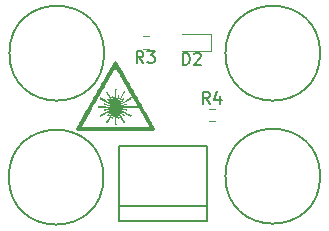
<source format=gbr>
%TF.GenerationSoftware,KiCad,Pcbnew,7.0.7*%
%TF.CreationDate,2023-11-07T19:30:11-06:00*%
%TF.ProjectId,LD_Breakout,4c445f42-7265-4616-9b6f-75742e6b6963,rev?*%
%TF.SameCoordinates,Original*%
%TF.FileFunction,Legend,Top*%
%TF.FilePolarity,Positive*%
%FSLAX46Y46*%
G04 Gerber Fmt 4.6, Leading zero omitted, Abs format (unit mm)*
G04 Created by KiCad (PCBNEW 7.0.7) date 2023-11-07 19:30:11*
%MOMM*%
%LPD*%
G01*
G04 APERTURE LIST*
%ADD10C,0.150000*%
%ADD11C,0.120000*%
G04 APERTURE END LIST*
D10*
X130619833Y-74216419D02*
X130286500Y-73740228D01*
X130048405Y-74216419D02*
X130048405Y-73216419D01*
X130048405Y-73216419D02*
X130429357Y-73216419D01*
X130429357Y-73216419D02*
X130524595Y-73264038D01*
X130524595Y-73264038D02*
X130572214Y-73311657D01*
X130572214Y-73311657D02*
X130619833Y-73406895D01*
X130619833Y-73406895D02*
X130619833Y-73549752D01*
X130619833Y-73549752D02*
X130572214Y-73644990D01*
X130572214Y-73644990D02*
X130524595Y-73692609D01*
X130524595Y-73692609D02*
X130429357Y-73740228D01*
X130429357Y-73740228D02*
X130048405Y-73740228D01*
X130953167Y-73216419D02*
X131572214Y-73216419D01*
X131572214Y-73216419D02*
X131238881Y-73597371D01*
X131238881Y-73597371D02*
X131381738Y-73597371D01*
X131381738Y-73597371D02*
X131476976Y-73644990D01*
X131476976Y-73644990D02*
X131524595Y-73692609D01*
X131524595Y-73692609D02*
X131572214Y-73787847D01*
X131572214Y-73787847D02*
X131572214Y-74025942D01*
X131572214Y-74025942D02*
X131524595Y-74121180D01*
X131524595Y-74121180D02*
X131476976Y-74168800D01*
X131476976Y-74168800D02*
X131381738Y-74216419D01*
X131381738Y-74216419D02*
X131096024Y-74216419D01*
X131096024Y-74216419D02*
X131000786Y-74168800D01*
X131000786Y-74168800D02*
X130953167Y-74121180D01*
X136245333Y-77670819D02*
X135912000Y-77194628D01*
X135673905Y-77670819D02*
X135673905Y-76670819D01*
X135673905Y-76670819D02*
X136054857Y-76670819D01*
X136054857Y-76670819D02*
X136150095Y-76718438D01*
X136150095Y-76718438D02*
X136197714Y-76766057D01*
X136197714Y-76766057D02*
X136245333Y-76861295D01*
X136245333Y-76861295D02*
X136245333Y-77004152D01*
X136245333Y-77004152D02*
X136197714Y-77099390D01*
X136197714Y-77099390D02*
X136150095Y-77147009D01*
X136150095Y-77147009D02*
X136054857Y-77194628D01*
X136054857Y-77194628D02*
X135673905Y-77194628D01*
X137102476Y-77004152D02*
X137102476Y-77670819D01*
X136864381Y-76623200D02*
X136626286Y-77337485D01*
X136626286Y-77337485D02*
X137245333Y-77337485D01*
X133971405Y-74376419D02*
X133971405Y-73376419D01*
X133971405Y-73376419D02*
X134209500Y-73376419D01*
X134209500Y-73376419D02*
X134352357Y-73424038D01*
X134352357Y-73424038D02*
X134447595Y-73519276D01*
X134447595Y-73519276D02*
X134495214Y-73614514D01*
X134495214Y-73614514D02*
X134542833Y-73804990D01*
X134542833Y-73804990D02*
X134542833Y-73947847D01*
X134542833Y-73947847D02*
X134495214Y-74138323D01*
X134495214Y-74138323D02*
X134447595Y-74233561D01*
X134447595Y-74233561D02*
X134352357Y-74328800D01*
X134352357Y-74328800D02*
X134209500Y-74376419D01*
X134209500Y-74376419D02*
X133971405Y-74376419D01*
X134923786Y-73471657D02*
X134971405Y-73424038D01*
X134971405Y-73424038D02*
X135066643Y-73376419D01*
X135066643Y-73376419D02*
X135304738Y-73376419D01*
X135304738Y-73376419D02*
X135399976Y-73424038D01*
X135399976Y-73424038D02*
X135447595Y-73471657D01*
X135447595Y-73471657D02*
X135495214Y-73566895D01*
X135495214Y-73566895D02*
X135495214Y-73662133D01*
X135495214Y-73662133D02*
X135447595Y-73804990D01*
X135447595Y-73804990D02*
X134876167Y-74376419D01*
X134876167Y-74376419D02*
X135495214Y-74376419D01*
%TO.C,Conn2*%
X136017000Y-87644000D02*
X128524000Y-87644000D01*
X136017000Y-86374000D02*
X136017000Y-87644000D01*
X136017000Y-86374000D02*
X136017000Y-81294000D01*
X136017000Y-86374000D02*
X128524000Y-86374000D01*
X128524000Y-87644000D02*
X128524000Y-86374000D01*
X128524000Y-86374000D02*
X128524000Y-81294000D01*
X128524000Y-81294000D02*
X136017000Y-81294000D01*
%TO.C,H4*%
X127247780Y-83902420D02*
G75*
G03*
X127247780Y-83902420I-4013200J0D01*
G01*
%TO.C,G\u002A\u002A\u002A*%
G36*
X128316477Y-74096244D02*
G01*
X128360197Y-74118501D01*
X128396213Y-74149340D01*
X128399097Y-74152802D01*
X128407201Y-74165671D01*
X128425735Y-74196890D01*
X128454165Y-74245523D01*
X128491957Y-74310633D01*
X128538576Y-74391284D01*
X128593489Y-74486540D01*
X128656162Y-74595465D01*
X128726061Y-74717122D01*
X128802651Y-74850576D01*
X128885398Y-74994890D01*
X128973769Y-75149129D01*
X129067229Y-75312355D01*
X129165245Y-75483634D01*
X129267282Y-75662027D01*
X129372807Y-75846601D01*
X129481284Y-76036418D01*
X129592181Y-76230542D01*
X129704963Y-76428037D01*
X129819095Y-76627967D01*
X129934045Y-76829395D01*
X130049278Y-77031386D01*
X130164260Y-77233003D01*
X130278457Y-77433311D01*
X130391334Y-77631373D01*
X130502358Y-77826252D01*
X130610995Y-78017013D01*
X130716711Y-78202720D01*
X130818971Y-78382436D01*
X130917242Y-78555225D01*
X131010989Y-78720151D01*
X131099679Y-78876278D01*
X131182777Y-79022670D01*
X131259749Y-79158390D01*
X131330062Y-79282503D01*
X131393181Y-79394072D01*
X131448573Y-79492161D01*
X131495702Y-79575834D01*
X131534036Y-79644154D01*
X131563039Y-79696186D01*
X131582179Y-79730994D01*
X131590921Y-79747641D01*
X131591384Y-79748737D01*
X131598584Y-79802911D01*
X131587248Y-79856414D01*
X131560160Y-79903909D01*
X131520104Y-79940061D01*
X131482974Y-79956590D01*
X131468334Y-79957597D01*
X131432563Y-79958554D01*
X131376741Y-79959460D01*
X131301946Y-79960316D01*
X131209257Y-79961121D01*
X131099752Y-79961876D01*
X130974511Y-79962581D01*
X130834612Y-79963235D01*
X130681134Y-79963839D01*
X130515155Y-79964393D01*
X130337756Y-79964897D01*
X130150013Y-79965350D01*
X129953007Y-79965753D01*
X129747816Y-79966105D01*
X129535518Y-79966407D01*
X129317193Y-79966660D01*
X129093918Y-79966861D01*
X128866774Y-79967013D01*
X128636839Y-79967115D01*
X128405191Y-79967166D01*
X128172910Y-79967167D01*
X127941073Y-79967119D01*
X127710761Y-79967020D01*
X127483051Y-79966870D01*
X127259022Y-79966671D01*
X127039754Y-79966422D01*
X126826325Y-79966123D01*
X126619813Y-79965773D01*
X126421298Y-79965374D01*
X126231859Y-79964925D01*
X126052573Y-79964425D01*
X125884520Y-79963876D01*
X125728779Y-79963277D01*
X125586429Y-79962628D01*
X125458547Y-79961929D01*
X125346214Y-79961180D01*
X125250507Y-79960381D01*
X125172506Y-79959532D01*
X125113289Y-79958633D01*
X125073935Y-79957685D01*
X125055523Y-79956686D01*
X125054492Y-79956494D01*
X125006652Y-79931378D01*
X124969945Y-79891054D01*
X124947255Y-79840958D01*
X124941464Y-79786526D01*
X124947237Y-79754254D01*
X124953870Y-79740787D01*
X124971028Y-79708974D01*
X124998175Y-79659753D01*
X125018406Y-79623442D01*
X125402623Y-79623442D01*
X128269930Y-79623442D01*
X131137237Y-79623442D01*
X131120865Y-79592873D01*
X131112852Y-79578557D01*
X131094675Y-79546486D01*
X131067213Y-79498199D01*
X131031343Y-79435234D01*
X130987943Y-79359131D01*
X130937891Y-79271428D01*
X130882064Y-79173664D01*
X130821342Y-79067378D01*
X130756601Y-78954108D01*
X130688720Y-78835393D01*
X130672149Y-78806418D01*
X130239804Y-78050532D01*
X129502599Y-78047673D01*
X129368517Y-78047296D01*
X129244245Y-78047228D01*
X129131296Y-78047456D01*
X129031183Y-78047965D01*
X128945418Y-78048741D01*
X128875514Y-78049769D01*
X128822983Y-78051035D01*
X128789337Y-78052524D01*
X128776088Y-78054222D01*
X128776031Y-78054597D01*
X128789631Y-78059900D01*
X128821559Y-78069131D01*
X128868445Y-78081416D01*
X128926917Y-78095880D01*
X128993607Y-78111649D01*
X129014444Y-78116442D01*
X129083058Y-78132183D01*
X129144632Y-78146417D01*
X129195761Y-78158350D01*
X129233035Y-78167184D01*
X129253047Y-78172123D01*
X129255150Y-78172718D01*
X129260008Y-78184491D01*
X129257936Y-78208615D01*
X129250935Y-78237080D01*
X129241004Y-78261878D01*
X129230140Y-78274999D01*
X129229564Y-78275220D01*
X129216283Y-78273125D01*
X129185007Y-78265295D01*
X129138952Y-78252625D01*
X129081333Y-78236011D01*
X129015367Y-78216348D01*
X128986177Y-78207466D01*
X128910050Y-78184267D01*
X128852412Y-78167117D01*
X128810536Y-78155457D01*
X128781693Y-78148728D01*
X128763156Y-78146369D01*
X128752195Y-78147823D01*
X128746083Y-78152528D01*
X128743140Y-78157643D01*
X128738885Y-78180138D01*
X128743140Y-78188360D01*
X128754838Y-78195340D01*
X128784154Y-78211540D01*
X128829027Y-78235856D01*
X128887393Y-78267184D01*
X128957193Y-78304419D01*
X129036362Y-78346456D01*
X129122839Y-78392193D01*
X129181111Y-78422917D01*
X129271159Y-78470422D01*
X129355200Y-78514915D01*
X129431175Y-78555295D01*
X129497026Y-78590460D01*
X129550695Y-78619309D01*
X129590122Y-78640740D01*
X129613249Y-78653653D01*
X129618549Y-78656942D01*
X129618168Y-78669873D01*
X129608708Y-78694896D01*
X129593561Y-78725700D01*
X129576114Y-78755973D01*
X129559759Y-78779403D01*
X129547885Y-78789680D01*
X129547222Y-78789744D01*
X129536025Y-78784005D01*
X129507970Y-78767577D01*
X129464988Y-78741647D01*
X129409008Y-78707398D01*
X129341959Y-78666017D01*
X129265773Y-78618688D01*
X129182378Y-78566598D01*
X129112520Y-78522765D01*
X129011466Y-78459325D01*
X128927508Y-78406885D01*
X128858992Y-78364511D01*
X128804265Y-78331267D01*
X128761674Y-78306222D01*
X128729565Y-78288439D01*
X128706284Y-78276986D01*
X128690178Y-78270928D01*
X128679594Y-78269331D01*
X128672878Y-78271261D01*
X128670592Y-78273116D01*
X128666064Y-78279447D01*
X128665525Y-78287408D01*
X128670460Y-78298608D01*
X128682352Y-78314655D01*
X128702686Y-78337159D01*
X128732946Y-78367729D01*
X128774616Y-78407975D01*
X128829179Y-78459505D01*
X128898120Y-78523930D01*
X128924810Y-78548787D01*
X129029620Y-78646358D01*
X128989600Y-78686395D01*
X128949581Y-78726432D01*
X128857212Y-78627475D01*
X128787083Y-78552503D01*
X128730417Y-78492429D01*
X128685631Y-78445788D01*
X128651142Y-78411118D01*
X128625368Y-78386956D01*
X128606724Y-78371839D01*
X128593628Y-78364304D01*
X128584497Y-78362887D01*
X128577747Y-78366126D01*
X128576077Y-78367659D01*
X128572942Y-78373177D01*
X128573009Y-78382000D01*
X128577209Y-78395777D01*
X128586474Y-78416157D01*
X128601733Y-78444786D01*
X128623920Y-78483314D01*
X128653965Y-78533389D01*
X128692799Y-78596658D01*
X128741353Y-78674770D01*
X128800560Y-78769374D01*
X128825630Y-78809330D01*
X128880591Y-78897106D01*
X128931729Y-78979215D01*
X128977862Y-79053723D01*
X129017803Y-79118694D01*
X129050367Y-79172196D01*
X129074371Y-79212294D01*
X129088628Y-79237053D01*
X129092222Y-79244494D01*
X129083502Y-79253970D01*
X129061508Y-79270136D01*
X129032490Y-79289063D01*
X129002697Y-79306823D01*
X128978379Y-79319486D01*
X128966854Y-79323311D01*
X128960608Y-79313792D01*
X128945098Y-79286539D01*
X128921382Y-79243507D01*
X128890516Y-79186651D01*
X128853557Y-79117926D01*
X128811563Y-79039286D01*
X128765589Y-78952688D01*
X128725020Y-78875893D01*
X128676644Y-78784129D01*
X128631554Y-78698620D01*
X128590784Y-78621328D01*
X128555372Y-78554215D01*
X128526352Y-78499245D01*
X128504761Y-78458380D01*
X128491634Y-78433582D01*
X128487907Y-78426606D01*
X128478612Y-78429813D01*
X128463324Y-78437722D01*
X128455934Y-78442465D01*
X128451240Y-78448990D01*
X128449781Y-78460042D01*
X128452095Y-78478364D01*
X128458723Y-78506702D01*
X128470202Y-78547801D01*
X128487071Y-78604405D01*
X128509871Y-78679259D01*
X128512347Y-78687360D01*
X128538160Y-78773900D01*
X128557349Y-78842828D01*
X128569697Y-78893273D01*
X128574986Y-78924360D01*
X128573921Y-78934775D01*
X128556543Y-78942414D01*
X128527224Y-78947650D01*
X128520067Y-78948232D01*
X128476970Y-78950926D01*
X128420571Y-78711933D01*
X128401957Y-78633715D01*
X128387344Y-78574509D01*
X128375835Y-78531643D01*
X128366535Y-78502444D01*
X128358549Y-78484237D01*
X128350980Y-78474351D01*
X128342933Y-78470111D01*
X128339308Y-78469387D01*
X128325804Y-78468976D01*
X128318369Y-78475837D01*
X128315226Y-78494766D01*
X128314599Y-78530562D01*
X128314608Y-78536083D01*
X128315100Y-78563627D01*
X128316422Y-78610292D01*
X128318468Y-78672987D01*
X128321128Y-78748621D01*
X128324295Y-78834104D01*
X128327860Y-78926344D01*
X128331072Y-79006506D01*
X128334859Y-79100480D01*
X128338346Y-79188937D01*
X128341426Y-79269043D01*
X128343995Y-79337966D01*
X128345947Y-79392872D01*
X128347175Y-79430930D01*
X128347574Y-79448366D01*
X128347777Y-79490051D01*
X128270000Y-79490051D01*
X128192222Y-79490051D01*
X128192428Y-79442808D01*
X128192934Y-79420700D01*
X128194279Y-79379316D01*
X128196351Y-79321590D01*
X128199040Y-79250458D01*
X128202236Y-79168855D01*
X128205829Y-79079716D01*
X128208849Y-79006506D01*
X128212707Y-78911924D01*
X128216251Y-78821185D01*
X128219368Y-78737496D01*
X128221944Y-78664066D01*
X128223865Y-78604101D01*
X128225018Y-78560809D01*
X128225309Y-78541641D01*
X128224973Y-78501702D01*
X128222595Y-78479347D01*
X128216609Y-78469931D01*
X128205449Y-78468811D01*
X128200941Y-78469387D01*
X128192503Y-78472156D01*
X128184861Y-78479608D01*
X128177121Y-78494411D01*
X128168392Y-78519235D01*
X128157783Y-78556750D01*
X128144402Y-78609624D01*
X128127358Y-78680528D01*
X128119929Y-78711933D01*
X128063531Y-78950926D01*
X128020183Y-78948232D01*
X127989635Y-78943998D01*
X127968809Y-78936926D01*
X127966437Y-78935134D01*
X127966069Y-78921001D01*
X127972461Y-78887461D01*
X127985207Y-78836152D01*
X128003898Y-78768713D01*
X128027845Y-78687719D01*
X128051053Y-78610907D01*
X128068323Y-78552617D01*
X128080191Y-78510104D01*
X128087189Y-78480623D01*
X128089854Y-78461428D01*
X128088718Y-78449773D01*
X128084318Y-78442913D01*
X128077186Y-78438103D01*
X128076509Y-78437722D01*
X128058328Y-78428448D01*
X128052092Y-78426606D01*
X128046814Y-78436506D01*
X128032209Y-78464109D01*
X128009312Y-78507454D01*
X127979158Y-78564578D01*
X127942784Y-78633517D01*
X127901225Y-78712311D01*
X127855517Y-78798995D01*
X127814979Y-78875893D01*
X127766497Y-78967628D01*
X127721114Y-79053032D01*
X127679887Y-79130151D01*
X127643873Y-79197029D01*
X127614129Y-79251712D01*
X127591710Y-79292244D01*
X127577674Y-79316670D01*
X127573145Y-79323311D01*
X127558072Y-79317829D01*
X127532359Y-79304002D01*
X127502253Y-79285758D01*
X127474004Y-79267028D01*
X127453862Y-79251740D01*
X127447777Y-79244494D01*
X127453512Y-79233196D01*
X127469928Y-79205034D01*
X127495840Y-79161942D01*
X127530062Y-79105855D01*
X127571410Y-79038708D01*
X127618699Y-78962433D01*
X127670744Y-78878965D01*
X127714369Y-78809330D01*
X127777798Y-78708135D01*
X127830228Y-78624048D01*
X127872588Y-78555420D01*
X127905811Y-78500603D01*
X127930828Y-78457949D01*
X127948570Y-78425811D01*
X127959967Y-78402538D01*
X127965952Y-78386485D01*
X127967456Y-78376002D01*
X127965410Y-78369440D01*
X127963922Y-78367659D01*
X127958475Y-78363124D01*
X127952137Y-78361551D01*
X127943300Y-78364423D01*
X127930355Y-78373221D01*
X127911695Y-78389426D01*
X127885711Y-78414520D01*
X127850796Y-78449985D01*
X127805341Y-78497301D01*
X127747739Y-78557952D01*
X127682464Y-78626979D01*
X127589427Y-78725440D01*
X127549903Y-78685899D01*
X127510379Y-78646358D01*
X127615189Y-78548787D01*
X127689302Y-78479663D01*
X127748537Y-78423974D01*
X127794380Y-78380111D01*
X127828313Y-78346464D01*
X127851821Y-78321426D01*
X127866388Y-78303386D01*
X127873499Y-78290735D01*
X127874636Y-78281864D01*
X127871284Y-78275164D01*
X127869407Y-78273116D01*
X127863935Y-78269854D01*
X127855370Y-78269681D01*
X127842058Y-78273531D01*
X127822348Y-78282338D01*
X127794583Y-78297037D01*
X127757112Y-78318561D01*
X127708281Y-78347845D01*
X127646437Y-78385822D01*
X127569925Y-78433426D01*
X127477092Y-78491592D01*
X127427479Y-78522765D01*
X127339747Y-78577785D01*
X127257694Y-78628981D01*
X127183253Y-78675169D01*
X127118351Y-78715161D01*
X127064920Y-78747775D01*
X127024888Y-78771823D01*
X127000187Y-78786122D01*
X126992777Y-78789744D01*
X126981420Y-78780812D01*
X126965306Y-78758220D01*
X126947823Y-78728278D01*
X126932361Y-78697294D01*
X126922309Y-78671578D01*
X126921057Y-78657439D01*
X126921450Y-78656987D01*
X126933031Y-78650127D01*
X126962229Y-78634035D01*
X127006988Y-78609814D01*
X127065248Y-78578563D01*
X127134952Y-78541386D01*
X127214043Y-78499384D01*
X127300461Y-78453657D01*
X127358888Y-78422829D01*
X127448954Y-78375274D01*
X127533034Y-78330718D01*
X127609067Y-78290265D01*
X127674990Y-78255020D01*
X127728743Y-78226085D01*
X127768265Y-78204566D01*
X127791493Y-78191567D01*
X127796859Y-78188227D01*
X127801097Y-78170990D01*
X127796859Y-78158020D01*
X127792475Y-78151456D01*
X127785057Y-78147747D01*
X127771879Y-78147451D01*
X127750218Y-78151124D01*
X127717347Y-78159323D01*
X127670541Y-78172606D01*
X127607075Y-78191530D01*
X127553339Y-78207805D01*
X127484619Y-78228297D01*
X127422767Y-78246027D01*
X127371034Y-78260120D01*
X127332665Y-78269705D01*
X127310910Y-78273909D01*
X127307520Y-78273864D01*
X127299119Y-78261642D01*
X127289879Y-78236379D01*
X127282426Y-78206993D01*
X127279385Y-78182404D01*
X127279541Y-78178799D01*
X127290006Y-78174921D01*
X127319063Y-78166885D01*
X127363636Y-78155469D01*
X127420650Y-78141451D01*
X127487028Y-78125610D01*
X127522232Y-78117374D01*
X127601058Y-78098898D01*
X127660847Y-78084370D01*
X127704254Y-78072914D01*
X127733934Y-78063654D01*
X127752543Y-78055716D01*
X127762736Y-78048223D01*
X127767170Y-78040300D01*
X127767995Y-78036349D01*
X127768501Y-78023657D01*
X127762469Y-78016288D01*
X127745396Y-78012821D01*
X127712777Y-78011837D01*
X127690217Y-78011829D01*
X127659958Y-78012333D01*
X127610690Y-78013672D01*
X127545606Y-78015738D01*
X127467900Y-78018420D01*
X127380766Y-78021609D01*
X127287395Y-78025197D01*
X127208888Y-78028339D01*
X127115545Y-78032115D01*
X127028230Y-78035591D01*
X126949678Y-78038662D01*
X126882624Y-78041224D01*
X126829802Y-78043173D01*
X126793947Y-78044403D01*
X126778333Y-78044810D01*
X126762377Y-78044044D01*
X126753246Y-78038305D01*
X126749036Y-78022752D01*
X126747840Y-77992543D01*
X126747777Y-77967162D01*
X126747777Y-77889351D01*
X126800555Y-77889554D01*
X126823841Y-77890049D01*
X126866400Y-77891368D01*
X126925299Y-77893403D01*
X126997610Y-77896048D01*
X127080401Y-77899195D01*
X127170741Y-77902737D01*
X127253333Y-77906063D01*
X127373847Y-77910984D01*
X127474030Y-77915021D01*
X127555756Y-77918143D01*
X127620899Y-77920320D01*
X127671334Y-77921523D01*
X127708935Y-77921719D01*
X127735577Y-77920880D01*
X127753133Y-77918974D01*
X127763478Y-77915971D01*
X127768487Y-77911841D01*
X127770034Y-77906554D01*
X127769993Y-77900079D01*
X127769951Y-77897688D01*
X127768647Y-77888824D01*
X127762904Y-77881153D01*
X127749923Y-77873705D01*
X127726904Y-77865511D01*
X127691048Y-77855601D01*
X127639553Y-77843007D01*
X127569620Y-77826759D01*
X127556062Y-77823648D01*
X127487768Y-77807914D01*
X127424817Y-77793270D01*
X127371221Y-77780661D01*
X127330995Y-77771031D01*
X127308153Y-77765326D01*
X127307337Y-77765105D01*
X127272452Y-77755591D01*
X127286325Y-77708532D01*
X127297995Y-77679298D01*
X127311012Y-77661192D01*
X127315654Y-77658741D01*
X127330451Y-77661082D01*
X127363118Y-77669171D01*
X127410325Y-77682086D01*
X127468743Y-77698907D01*
X127535044Y-77718711D01*
X127560650Y-77726532D01*
X127636024Y-77749626D01*
X127692925Y-77766710D01*
X127734114Y-77778321D01*
X127762356Y-77784998D01*
X127780412Y-77787277D01*
X127791045Y-77785697D01*
X127797018Y-77780795D01*
X127801000Y-77773315D01*
X127802618Y-77767233D01*
X127800834Y-77760533D01*
X127794019Y-77752243D01*
X127780545Y-77741395D01*
X127758785Y-77727018D01*
X127727109Y-77708140D01*
X127683890Y-77683793D01*
X127627499Y-77653006D01*
X127556309Y-77614807D01*
X127468691Y-77568228D01*
X127363128Y-77512356D01*
X127271304Y-77463658D01*
X127185816Y-77418029D01*
X127108610Y-77376530D01*
X127041636Y-77340222D01*
X126986842Y-77310166D01*
X126946175Y-77287422D01*
X126921586Y-77273052D01*
X126914780Y-77268217D01*
X126920093Y-77255726D01*
X126933662Y-77229785D01*
X126951664Y-77197573D01*
X126988210Y-77133847D01*
X127420772Y-77406022D01*
X127522677Y-77470059D01*
X127607459Y-77523088D01*
X127676749Y-77566029D01*
X127732175Y-77599804D01*
X127775367Y-77625334D01*
X127807954Y-77643541D01*
X127831565Y-77655346D01*
X127847830Y-77661670D01*
X127858378Y-77663435D01*
X127864838Y-77661563D01*
X127867680Y-77658746D01*
X127871136Y-77651877D01*
X127870778Y-77643400D01*
X127865120Y-77631706D01*
X127852679Y-77615185D01*
X127831972Y-77592229D01*
X127801512Y-77561228D01*
X127759818Y-77520574D01*
X127705403Y-77468659D01*
X127636785Y-77403872D01*
X127604844Y-77373821D01*
X127511911Y-77286434D01*
X127551417Y-77246911D01*
X127590923Y-77207388D01*
X127694159Y-77317713D01*
X127761725Y-77389859D01*
X127815799Y-77447305D01*
X127858058Y-77491595D01*
X127890181Y-77524277D01*
X127913844Y-77546896D01*
X127930725Y-77560997D01*
X127942501Y-77568127D01*
X127950851Y-77569830D01*
X127957450Y-77567655D01*
X127962038Y-77564570D01*
X127965966Y-77559992D01*
X127966980Y-77552601D01*
X127964158Y-77540763D01*
X127956581Y-77522842D01*
X127943328Y-77497202D01*
X127923479Y-77462208D01*
X127896115Y-77416225D01*
X127860315Y-77357617D01*
X127815158Y-77284749D01*
X127759724Y-77195986D01*
X127710018Y-77116668D01*
X127438182Y-76683267D01*
X127501313Y-76647288D01*
X127534954Y-76629260D01*
X127561096Y-76617354D01*
X127573520Y-76614188D01*
X127580436Y-76624311D01*
X127596595Y-76652126D01*
X127620911Y-76695644D01*
X127652297Y-76752872D01*
X127689667Y-76821819D01*
X127731933Y-76900494D01*
X127778009Y-76986906D01*
X127814444Y-77055652D01*
X127862738Y-77146622D01*
X127908130Y-77231381D01*
X127949521Y-77307932D01*
X127985813Y-77374275D01*
X128015906Y-77428414D01*
X128038703Y-77468350D01*
X128053104Y-77492086D01*
X128057727Y-77498052D01*
X128076549Y-77496383D01*
X128084543Y-77492741D01*
X128088852Y-77485931D01*
X128089078Y-77471096D01*
X128084651Y-77445667D01*
X128074995Y-77407078D01*
X128059538Y-77352762D01*
X128037706Y-77280150D01*
X128035343Y-77272414D01*
X128010052Y-77189702D01*
X127990706Y-77125744D01*
X127976842Y-77078008D01*
X127967998Y-77043961D01*
X127963711Y-77021068D01*
X127963519Y-77006799D01*
X127966959Y-76998618D01*
X127973569Y-76993993D01*
X127982886Y-76990392D01*
X127983787Y-76990052D01*
X128015832Y-76980317D01*
X128036196Y-76976101D01*
X128044694Y-76975707D01*
X128051985Y-76979033D01*
X128058958Y-76988665D01*
X128066501Y-77007187D01*
X128075505Y-77037184D01*
X128086858Y-77081241D01*
X128101449Y-77141944D01*
X128118991Y-77216834D01*
X128137621Y-77296084D01*
X128152278Y-77356282D01*
X128163835Y-77400070D01*
X128173162Y-77430092D01*
X128181131Y-77448994D01*
X128188614Y-77459419D01*
X128196483Y-77464010D01*
X128200786Y-77464938D01*
X128214238Y-77465336D01*
X128221641Y-77458437D01*
X128224761Y-77439447D01*
X128225364Y-77403569D01*
X128225352Y-77398242D01*
X128224852Y-77370698D01*
X128223521Y-77324033D01*
X128221468Y-77261338D01*
X128218802Y-77185703D01*
X128215631Y-77100221D01*
X128212063Y-77007981D01*
X128208850Y-76927819D01*
X128205064Y-76833845D01*
X128201581Y-76745388D01*
X128198504Y-76665282D01*
X128195942Y-76596359D01*
X128193997Y-76541452D01*
X128192777Y-76503395D01*
X128192386Y-76485959D01*
X128192222Y-76444274D01*
X128270000Y-76444274D01*
X128347777Y-76444274D01*
X128347574Y-76485959D01*
X128347082Y-76506571D01*
X128345771Y-76546563D01*
X128343749Y-76603102D01*
X128341120Y-76673354D01*
X128337991Y-76754488D01*
X128334467Y-76843669D01*
X128331072Y-76927819D01*
X128327256Y-77023339D01*
X128323749Y-77114689D01*
X128320657Y-77198778D01*
X128318090Y-77272515D01*
X128316155Y-77332809D01*
X128314960Y-77376570D01*
X128314608Y-77398242D01*
X128315060Y-77436329D01*
X128317820Y-77456987D01*
X128324659Y-77465011D01*
X128337344Y-77465196D01*
X128339213Y-77464938D01*
X128347595Y-77462254D01*
X128355160Y-77455045D01*
X128362780Y-77440667D01*
X128371327Y-77416475D01*
X128381671Y-77379826D01*
X128394686Y-77328076D01*
X128411242Y-77258580D01*
X128421008Y-77216834D01*
X128439471Y-77138050D01*
X128453856Y-77078351D01*
X128465053Y-77035152D01*
X128473952Y-77005867D01*
X128481440Y-76987913D01*
X128488407Y-76978704D01*
X128495742Y-76975655D01*
X128503803Y-76976101D01*
X128535504Y-76983335D01*
X128556212Y-76990052D01*
X128565743Y-76993690D01*
X128572602Y-76998143D01*
X128576325Y-77005943D01*
X128576449Y-77019624D01*
X128572511Y-77041718D01*
X128564046Y-77074758D01*
X128550592Y-77121277D01*
X128531685Y-77183808D01*
X128506863Y-77264884D01*
X128504557Y-77272414D01*
X128482600Y-77344512D01*
X128466715Y-77398269D01*
X128456335Y-77436561D01*
X128450892Y-77462264D01*
X128449819Y-77478254D01*
X128452547Y-77487405D01*
X128458509Y-77492595D01*
X128460856Y-77493815D01*
X128483079Y-77498046D01*
X128491101Y-77493815D01*
X128498077Y-77482112D01*
X128514270Y-77452783D01*
X128538576Y-77407891D01*
X128569890Y-77349498D01*
X128607108Y-77279669D01*
X128649128Y-77200465D01*
X128694844Y-77113949D01*
X128725555Y-77055652D01*
X128773035Y-76965571D01*
X128817500Y-76881503D01*
X128857849Y-76805508D01*
X128892983Y-76739644D01*
X128921801Y-76685970D01*
X128943203Y-76646545D01*
X128956089Y-76623428D01*
X128959362Y-76618138D01*
X128972575Y-76618412D01*
X128999097Y-76628204D01*
X129033293Y-76645414D01*
X129034716Y-76646213D01*
X129101451Y-76683838D01*
X128829798Y-77116953D01*
X128765941Y-77218890D01*
X128713060Y-77303686D01*
X128670237Y-77372977D01*
X128636549Y-77428399D01*
X128611078Y-77471587D01*
X128592903Y-77504179D01*
X128581103Y-77527809D01*
X128574757Y-77544114D01*
X128572946Y-77554730D01*
X128574749Y-77561293D01*
X128577961Y-77564570D01*
X128584339Y-77568575D01*
X128591264Y-77569809D01*
X128600414Y-77566724D01*
X128613467Y-77557775D01*
X128632100Y-77541417D01*
X128657990Y-77516103D01*
X128692816Y-77480288D01*
X128738253Y-77432426D01*
X128795981Y-77370971D01*
X128845840Y-77317713D01*
X128949076Y-77207388D01*
X128988582Y-77246911D01*
X129028088Y-77286434D01*
X128935155Y-77373821D01*
X128860397Y-77444246D01*
X128800443Y-77501152D01*
X128753807Y-77546148D01*
X128719006Y-77580841D01*
X128694557Y-77606838D01*
X128678976Y-77625747D01*
X128670779Y-77639176D01*
X128668483Y-77648732D01*
X128670604Y-77656022D01*
X128672319Y-77658613D01*
X128676987Y-77662354D01*
X128684713Y-77663048D01*
X128697124Y-77659773D01*
X128715851Y-77651611D01*
X128742522Y-77637642D01*
X128778766Y-77616946D01*
X128826213Y-77588604D01*
X128886492Y-77551696D01*
X128961231Y-77505303D01*
X129052061Y-77448505D01*
X129119429Y-77406244D01*
X129552191Y-77134558D01*
X129588537Y-77197928D01*
X129607157Y-77231262D01*
X129620381Y-77256594D01*
X129625219Y-77268038D01*
X129615778Y-77274449D01*
X129588615Y-77290142D01*
X129545675Y-77314056D01*
X129488908Y-77345131D01*
X129420260Y-77382304D01*
X129341679Y-77424517D01*
X129255114Y-77470707D01*
X129176886Y-77512211D01*
X129071238Y-77568181D01*
X128983640Y-77614794D01*
X128912467Y-77653020D01*
X128856090Y-77683831D01*
X128812881Y-77708196D01*
X128781214Y-77727087D01*
X128759461Y-77741474D01*
X128745994Y-77752328D01*
X128739186Y-77760619D01*
X128737408Y-77767318D01*
X128739014Y-77773349D01*
X128743103Y-77780963D01*
X128749166Y-77785781D01*
X128759965Y-77787263D01*
X128778263Y-77784872D01*
X128806822Y-77778069D01*
X128848405Y-77766317D01*
X128905774Y-77749078D01*
X128979349Y-77726532D01*
X129047704Y-77705865D01*
X129109397Y-77687844D01*
X129161098Y-77673391D01*
X129199478Y-77663427D01*
X129221208Y-77658874D01*
X129224345Y-77658741D01*
X129236650Y-77670208D01*
X129249398Y-77695845D01*
X129253674Y-77708532D01*
X129267547Y-77755591D01*
X129232662Y-77765203D01*
X129211133Y-77770623D01*
X129171943Y-77779997D01*
X129119107Y-77792385D01*
X129056641Y-77806844D01*
X128988560Y-77822435D01*
X128983888Y-77823498D01*
X128918420Y-77838814D01*
X128861050Y-77853025D01*
X128815052Y-77865257D01*
X128783700Y-77874633D01*
X128770267Y-77880275D01*
X128770000Y-77880767D01*
X128780796Y-77882280D01*
X128811925Y-77883708D01*
X128861500Y-77885027D01*
X128927630Y-77886215D01*
X129008428Y-77887246D01*
X129102004Y-77888099D01*
X129206470Y-77888749D01*
X129319938Y-77889173D01*
X129440517Y-77889347D01*
X129459243Y-77889351D01*
X130148487Y-77889351D01*
X130134243Y-77863609D01*
X130116431Y-77831754D01*
X130089091Y-77783322D01*
X130052916Y-77719525D01*
X130008601Y-77641573D01*
X129956840Y-77550678D01*
X129898326Y-77448050D01*
X129833753Y-77334900D01*
X129763816Y-77212440D01*
X129689207Y-77081880D01*
X129610622Y-76944432D01*
X129528754Y-76801306D01*
X129444297Y-76653714D01*
X129357945Y-76502866D01*
X129270391Y-76349974D01*
X129182331Y-76196249D01*
X129094457Y-76042901D01*
X129007463Y-75891142D01*
X128922044Y-75742183D01*
X128838893Y-75597234D01*
X128758705Y-75457508D01*
X128682173Y-75324214D01*
X128609991Y-75198563D01*
X128542853Y-75081768D01*
X128481453Y-74975039D01*
X128426485Y-74879586D01*
X128378643Y-74796622D01*
X128338621Y-74727356D01*
X128307112Y-74673000D01*
X128284811Y-74634766D01*
X128272412Y-74613863D01*
X128269998Y-74610138D01*
X128264208Y-74619627D01*
X128247953Y-74647438D01*
X128221796Y-74692592D01*
X128186296Y-74754109D01*
X128142015Y-74831008D01*
X128089514Y-74922310D01*
X128029353Y-75027034D01*
X127962092Y-75144200D01*
X127888294Y-75272827D01*
X127808518Y-75411936D01*
X127723326Y-75560547D01*
X127633278Y-75717679D01*
X127538934Y-75882352D01*
X127440856Y-76053585D01*
X127339605Y-76230400D01*
X127235741Y-76411814D01*
X127129825Y-76596850D01*
X127022417Y-76784525D01*
X126914079Y-76973860D01*
X126805372Y-77163875D01*
X126696855Y-77353589D01*
X126589091Y-77542023D01*
X126482639Y-77728196D01*
X126378061Y-77911128D01*
X126275916Y-78089839D01*
X126176767Y-78263349D01*
X126081173Y-78430677D01*
X125989696Y-78590843D01*
X125902897Y-78742867D01*
X125821335Y-78885770D01*
X125745572Y-79018569D01*
X125676169Y-79140287D01*
X125613686Y-79249942D01*
X125558685Y-79346554D01*
X125511725Y-79429143D01*
X125473368Y-79496729D01*
X125444175Y-79548331D01*
X125424706Y-79582970D01*
X125416867Y-79597146D01*
X125402623Y-79623442D01*
X125018406Y-79623442D01*
X125034776Y-79594061D01*
X125080297Y-79512836D01*
X125134202Y-79417014D01*
X125195956Y-79307534D01*
X125265025Y-79185332D01*
X125340872Y-79051346D01*
X125422963Y-78906514D01*
X125510763Y-78751772D01*
X125603737Y-78588059D01*
X125701349Y-78416311D01*
X125803065Y-78237466D01*
X125908350Y-78052461D01*
X126016668Y-77862234D01*
X126127485Y-77667722D01*
X126240264Y-77469863D01*
X126354472Y-77269593D01*
X126469573Y-77067851D01*
X126585033Y-76865573D01*
X126700315Y-76663697D01*
X126814885Y-76463161D01*
X126928208Y-76264901D01*
X127039749Y-76069856D01*
X127148972Y-75878962D01*
X127255343Y-75693157D01*
X127358326Y-75513379D01*
X127457387Y-75340564D01*
X127551990Y-75175650D01*
X127641601Y-75019574D01*
X127725684Y-74873275D01*
X127803704Y-74737689D01*
X127875126Y-74613753D01*
X127939415Y-74502405D01*
X127996035Y-74404583D01*
X128044453Y-74321224D01*
X128084132Y-74253264D01*
X128114539Y-74201643D01*
X128135136Y-74167296D01*
X128145390Y-74151161D01*
X128146122Y-74150235D01*
X128187940Y-74116204D01*
X128236426Y-74093985D01*
X128274821Y-74087688D01*
X128316477Y-74096244D01*
G37*
D11*
%TO.C,R3*%
X130555276Y-71969100D02*
X131064724Y-71969100D01*
X130555276Y-73014100D02*
X131064724Y-73014100D01*
%TO.C,R4*%
X136666724Y-79149500D02*
X136157276Y-79149500D01*
X136666724Y-78104500D02*
X136157276Y-78104500D01*
D10*
%TO.C,H1*%
X127304800Y-73406000D02*
G75*
G03*
X127304800Y-73406000I-4013200J0D01*
G01*
%TO.C,H3*%
X145592800Y-83820000D02*
G75*
G03*
X145592800Y-83820000I-4013200J0D01*
G01*
%TO.C,H2*%
X145592800Y-73406000D02*
G75*
G03*
X145592800Y-73406000I-4013200J0D01*
G01*
D11*
%TO.C,D2*%
X136369500Y-73226600D02*
X136369500Y-71756600D01*
X136369500Y-71756600D02*
X133909500Y-71756600D01*
X133909500Y-73226600D02*
X136369500Y-73226600D01*
%TD*%
M02*

</source>
